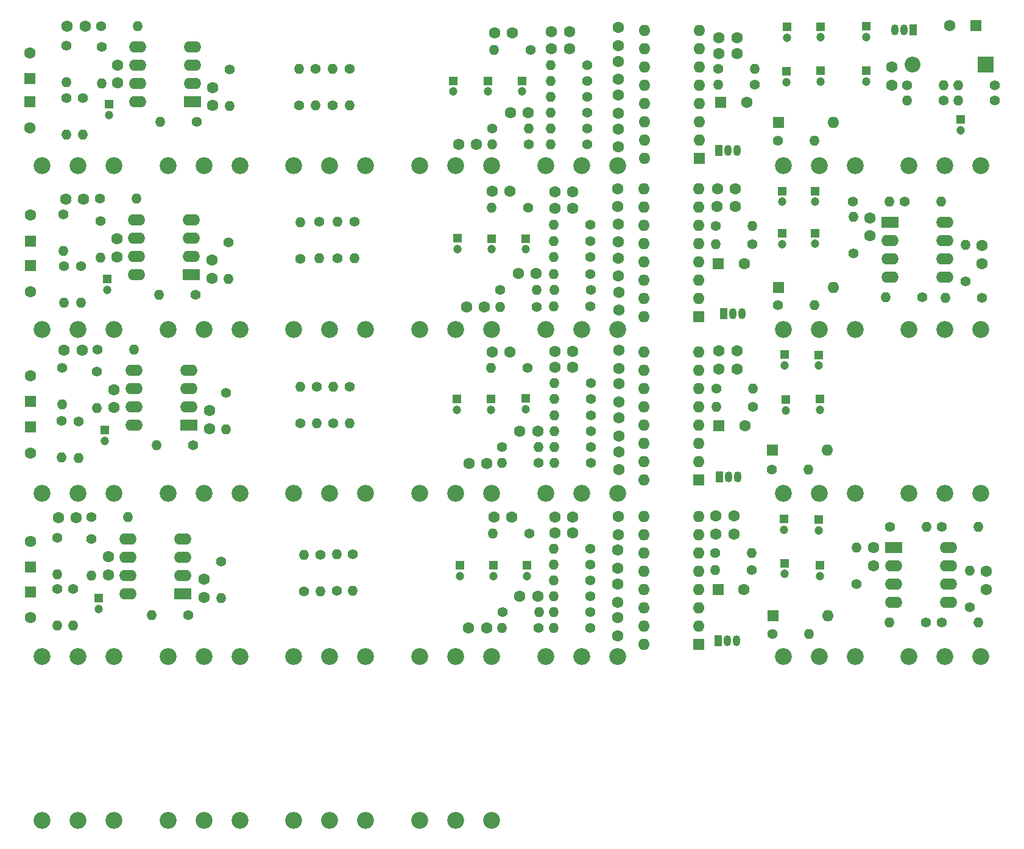
<source format=gbr>
%TF.GenerationSoftware,KiCad,Pcbnew,8.0.1*%
%TF.CreationDate,2024-03-25T17:22:26-07:00*%
%TF.ProjectId,Delay02,44656c61-7930-4322-9e6b-696361645f70,rev?*%
%TF.SameCoordinates,Original*%
%TF.FileFunction,Soldermask,Bot*%
%TF.FilePolarity,Negative*%
%FSLAX46Y46*%
G04 Gerber Fmt 4.6, Leading zero omitted, Abs format (unit mm)*
G04 Created by KiCad (PCBNEW 8.0.1) date 2024-03-25 17:22:26*
%MOMM*%
%LPD*%
G01*
G04 APERTURE LIST*
G04 Aperture macros list*
%AMRoundRect*
0 Rectangle with rounded corners*
0 $1 Rounding radius*
0 $2 $3 $4 $5 $6 $7 $8 $9 X,Y pos of 4 corners*
0 Add a 4 corners polygon primitive as box body*
4,1,4,$2,$3,$4,$5,$6,$7,$8,$9,$2,$3,0*
0 Add four circle primitives for the rounded corners*
1,1,$1+$1,$2,$3*
1,1,$1+$1,$4,$5*
1,1,$1+$1,$6,$7*
1,1,$1+$1,$8,$9*
0 Add four rect primitives between the rounded corners*
20,1,$1+$1,$2,$3,$4,$5,0*
20,1,$1+$1,$4,$5,$6,$7,0*
20,1,$1+$1,$6,$7,$8,$9,0*
20,1,$1+$1,$8,$9,$2,$3,0*%
G04 Aperture macros list end*
%ADD10C,1.600000*%
%ADD11RoundRect,0.250000X0.550000X-0.550000X0.550000X0.550000X-0.550000X0.550000X-0.550000X-0.550000X0*%
%ADD12C,1.400000*%
%ADD13O,1.400000X1.400000*%
%ADD14RoundRect,0.250000X-0.550000X-0.550000X0.550000X-0.550000X0.550000X0.550000X-0.550000X0.550000X0*%
%ADD15R,1.200000X1.200000*%
%ADD16C,1.200000*%
%ADD17R,1.600000X1.600000*%
%ADD18O,1.600000X1.600000*%
%ADD19RoundRect,0.250000X-0.550000X0.550000X-0.550000X-0.550000X0.550000X-0.550000X0.550000X0.550000X0*%
%ADD20R,1.050000X1.500000*%
%ADD21O,1.050000X1.500000*%
%ADD22R,2.400000X1.600000*%
%ADD23O,2.400000X1.600000*%
%ADD24RoundRect,0.250000X0.550000X0.550000X-0.550000X0.550000X-0.550000X-0.550000X0.550000X-0.550000X0*%
%ADD25R,2.200000X2.200000*%
%ADD26O,2.200000X2.200000*%
%ADD27C,2.340000*%
G04 APERTURE END LIST*
D10*
%TO.C,C90*%
X98140000Y-115560000D03*
X100640000Y-115560000D03*
%TD*%
%TO.C,C38*%
X135430000Y-77060000D03*
X132930000Y-77060000D03*
%TD*%
D11*
%TO.C,J7*%
X37200000Y-107100000D03*
D10*
X37200000Y-103500000D03*
%TD*%
%TO.C,C78*%
X118880000Y-114135000D03*
X118880000Y-116635000D03*
%TD*%
D12*
%TO.C,R3*%
X171270000Y-42270000D03*
D13*
X166190000Y-42270000D03*
%TD*%
D14*
%TO.C,SWB1*%
X132830000Y-64960000D03*
D10*
X136430000Y-64960000D03*
%TD*%
D15*
%TO.C,C25*%
X95980000Y-39487401D03*
D16*
X95980000Y-40987401D03*
%TD*%
D17*
%TO.C,U10*%
X130080000Y-72310000D03*
D18*
X130080000Y-69770000D03*
X130080000Y-67230000D03*
X130080000Y-64690000D03*
X130080000Y-62150000D03*
X130080000Y-59610000D03*
X130080000Y-57070000D03*
X130080000Y-54530000D03*
X122460000Y-54530000D03*
X122460000Y-57070000D03*
X122460000Y-59610000D03*
X122460000Y-62150000D03*
X122460000Y-64690000D03*
X122460000Y-67230000D03*
X122460000Y-69770000D03*
X122460000Y-72310000D03*
%TD*%
D15*
%TO.C,C64*%
X141930000Y-100412401D03*
D16*
X141930000Y-101912401D03*
%TD*%
D19*
%TO.C,J9*%
X37200000Y-110560000D03*
D10*
X37200000Y-114160000D03*
%TD*%
D15*
%TO.C,C66*%
X101560000Y-106820000D03*
D16*
X101560000Y-108320000D03*
%TD*%
D12*
%TO.C,R73*%
X102800000Y-113350000D03*
D13*
X107880000Y-113350000D03*
%TD*%
D12*
%TO.C,R70*%
X140315000Y-116385000D03*
D13*
X145395000Y-116385000D03*
%TD*%
D10*
%TO.C,C28*%
X154380000Y-106885000D03*
X154380000Y-104385000D03*
%TD*%
D15*
%TO.C,C45*%
X106020000Y-83620000D03*
D16*
X106020000Y-85120000D03*
%TD*%
D15*
%TO.C,C95*%
X47880000Y-67085000D03*
D16*
X47880000Y-68585000D03*
%TD*%
D12*
%TO.C,R34*%
X156665000Y-101485000D03*
D13*
X161745000Y-101485000D03*
%TD*%
D12*
%TO.C,R75*%
X132490000Y-59660000D03*
D13*
X137570000Y-59660000D03*
%TD*%
D12*
%TO.C,R9*%
X101440000Y-46110000D03*
D13*
X106520000Y-46110000D03*
%TD*%
D12*
%TO.C,R43*%
X115095000Y-83760000D03*
D13*
X110015000Y-83760000D03*
%TD*%
D12*
%TO.C,R14*%
X158700000Y-56260000D03*
D13*
X163780000Y-56260000D03*
%TD*%
D12*
%TO.C,R24*%
X79230000Y-42950000D03*
D13*
X79230000Y-37870000D03*
%TD*%
D10*
%TO.C,C41*%
X119005000Y-88860000D03*
X119005000Y-86360000D03*
%TD*%
%TO.C,C69*%
X135180000Y-57010000D03*
X132680000Y-57010000D03*
%TD*%
D15*
%TO.C,C30*%
X146930000Y-83737401D03*
D16*
X146930000Y-85237401D03*
%TD*%
D12*
%TO.C,R46*%
X115095000Y-88185000D03*
D13*
X110015000Y-88185000D03*
%TD*%
D12*
%TO.C,R57*%
X167150000Y-67380000D03*
D13*
X167150000Y-62300000D03*
%TD*%
D15*
%TO.C,C14*%
X100780000Y-39487401D03*
D16*
X100780000Y-40987401D03*
%TD*%
D10*
%TO.C,C17*%
X118890000Y-43990000D03*
X118890000Y-41490000D03*
%TD*%
D14*
%TO.C,SWC1*%
X132930000Y-87460000D03*
D10*
X136530000Y-87460000D03*
%TD*%
D15*
%TO.C,C27*%
X48180000Y-42760000D03*
D16*
X48180000Y-44260000D03*
%TD*%
D12*
%TO.C,R96*%
X60195000Y-69210000D03*
D13*
X55115000Y-69210000D03*
%TD*%
D15*
%TO.C,C86*%
X106250000Y-106830000D03*
D16*
X106250000Y-108330000D03*
%TD*%
D19*
%TO.C,Out-A*%
X37180000Y-42410000D03*
D10*
X37180000Y-46010000D03*
%TD*%
%TO.C,C77*%
X118930000Y-61885000D03*
X118930000Y-59385000D03*
%TD*%
D12*
%TO.C,R86*%
X115020000Y-108960000D03*
D13*
X109940000Y-108960000D03*
%TD*%
D20*
%TO.C,Q4*%
X132810000Y-117370000D03*
D21*
X134080000Y-117370000D03*
X135350000Y-117370000D03*
%TD*%
D12*
%TO.C,R62*%
X40930000Y-103040000D03*
D13*
X40930000Y-108120000D03*
%TD*%
D10*
%TO.C,C54*%
X43590000Y-100200000D03*
X41090000Y-100200000D03*
%TD*%
D12*
%TO.C,R94*%
X77500000Y-105370000D03*
D13*
X77500000Y-110450000D03*
%TD*%
D12*
%TO.C,R47*%
X107850000Y-92650000D03*
D13*
X102770000Y-92650000D03*
%TD*%
D12*
%TO.C,R44*%
X115095000Y-81560000D03*
D13*
X110015000Y-81560000D03*
%TD*%
D22*
%TO.C,U9*%
X58380000Y-110830000D03*
D23*
X58380000Y-108290000D03*
X58380000Y-105750000D03*
X58380000Y-103210000D03*
X50760000Y-103210000D03*
X50760000Y-105750000D03*
X50760000Y-108290000D03*
X50760000Y-110830000D03*
%TD*%
D10*
%TO.C,C18*%
X118890000Y-39290000D03*
X118890000Y-36790000D03*
%TD*%
D12*
%TO.C,R48*%
X74720000Y-87140000D03*
D13*
X74720000Y-82060000D03*
%TD*%
D12*
%TO.C,R40*%
X132590000Y-82260000D03*
D13*
X137670000Y-82260000D03*
%TD*%
D15*
%TO.C,C50*%
X47530000Y-88060000D03*
D16*
X47530000Y-89560000D03*
%TD*%
D12*
%TO.C,R60*%
X163865000Y-114835000D03*
D13*
X168945000Y-114835000D03*
%TD*%
D12*
%TO.C,R42*%
X115095000Y-90385000D03*
D13*
X110015000Y-90385000D03*
%TD*%
D12*
%TO.C,R45*%
X115095000Y-86010000D03*
D13*
X110015000Y-86010000D03*
%TD*%
D10*
%TO.C,C36*%
X107720000Y-88170000D03*
X105220000Y-88170000D03*
%TD*%
%TO.C,C49*%
X48780000Y-84940000D03*
X48780000Y-82440000D03*
%TD*%
D11*
%TO.C,In-A*%
X37180000Y-39210000D03*
D10*
X37180000Y-35610000D03*
%TD*%
D15*
%TO.C,C13*%
X147030000Y-38110000D03*
D16*
X147030000Y-39610000D03*
%TD*%
D10*
%TO.C,C10*%
X135400000Y-33540000D03*
X132900000Y-33540000D03*
%TD*%
%TO.C,C40*%
X119005000Y-91060000D03*
X119005000Y-93560000D03*
%TD*%
D12*
%TO.C,R88*%
X115020000Y-111160000D03*
D13*
X109940000Y-111160000D03*
%TD*%
D12*
%TO.C,R66*%
X45730000Y-100180000D03*
D13*
X50810000Y-100180000D03*
%TD*%
D10*
%TO.C,C79*%
X118880000Y-111960000D03*
X118880000Y-109460000D03*
%TD*%
D12*
%TO.C,R27*%
X60320000Y-45210000D03*
D13*
X55240000Y-45210000D03*
%TD*%
D12*
%TO.C,R87*%
X115045000Y-66335000D03*
D13*
X109965000Y-66335000D03*
%TD*%
D12*
%TO.C,R1*%
X171270000Y-40100000D03*
D13*
X166190000Y-40100000D03*
%TD*%
D15*
%TO.C,C35*%
X101210000Y-83710000D03*
D16*
X101210000Y-85210000D03*
%TD*%
D12*
%TO.C,R32*%
X163890000Y-101510000D03*
D13*
X168970000Y-101510000D03*
%TD*%
D15*
%TO.C,C88*%
X96900000Y-106850000D03*
D16*
X96900000Y-108350000D03*
%TD*%
D12*
%TO.C,R49*%
X77010000Y-82060000D03*
D13*
X77010000Y-87140000D03*
%TD*%
D10*
%TO.C,C67*%
X107505000Y-66285000D03*
X105005000Y-66285000D03*
%TD*%
D12*
%TO.C,R89*%
X107570000Y-70910000D03*
D13*
X102490000Y-70910000D03*
%TD*%
D12*
%TO.C,R56*%
X41580000Y-86800000D03*
D13*
X41580000Y-91880000D03*
%TD*%
D20*
%TO.C,Q3*%
X133560000Y-71860000D03*
D21*
X134830000Y-71860000D03*
X136100000Y-71860000D03*
%TD*%
D15*
%TO.C,C7*%
X142380000Y-31987400D03*
D16*
X142380000Y-33487400D03*
%TD*%
D14*
%TO.C,SWD1*%
X132780000Y-110260000D03*
D10*
X136380000Y-110260000D03*
%TD*%
D12*
%TO.C,R33*%
X41650000Y-79400000D03*
D13*
X41650000Y-84480000D03*
%TD*%
D15*
%TO.C,C4*%
X153410000Y-38080000D03*
D16*
X153410000Y-39580000D03*
%TD*%
D10*
%TO.C,C26*%
X49355000Y-39810000D03*
X49355000Y-37310000D03*
%TD*%
%TO.C,C61*%
X62430000Y-66935000D03*
X62430000Y-64435000D03*
%TD*%
%TO.C,C84*%
X112580000Y-100135000D03*
X110080000Y-100135000D03*
%TD*%
D15*
%TO.C,C59*%
X146280000Y-54810000D03*
D16*
X146280000Y-56310000D03*
%TD*%
D17*
%TO.C,U2*%
X130180000Y-50270000D03*
D18*
X130180000Y-47730000D03*
X130180000Y-45190000D03*
X130180000Y-42650000D03*
X130180000Y-40110000D03*
X130180000Y-37570000D03*
X130180000Y-35030000D03*
X130180000Y-32490000D03*
X122560000Y-32490000D03*
X122560000Y-35030000D03*
X122560000Y-37570000D03*
X122560000Y-40110000D03*
X122560000Y-42650000D03*
X122560000Y-45190000D03*
X122560000Y-47730000D03*
X122560000Y-50270000D03*
%TD*%
D12*
%TO.C,R30*%
X42205000Y-41895000D03*
D13*
X42205000Y-46975000D03*
%TD*%
D24*
%TO.C,J3*%
X168590000Y-31840000D03*
D10*
X164990000Y-31840000D03*
%TD*%
D12*
%TO.C,R95*%
X106370000Y-57135000D03*
D13*
X101290000Y-57135000D03*
%TD*%
D12*
%TO.C,R64*%
X161695000Y-114835000D03*
D13*
X156615000Y-114835000D03*
%TD*%
D12*
%TO.C,R79*%
X115060000Y-61835000D03*
D13*
X109980000Y-61835000D03*
%TD*%
D10*
%TO.C,C80*%
X118880000Y-107260000D03*
X118880000Y-104760000D03*
%TD*%
D12*
%TO.C,R23*%
X81630000Y-37870000D03*
D13*
X81630000Y-42950000D03*
%TD*%
D12*
%TO.C,R21*%
X106520000Y-48310000D03*
D13*
X101440000Y-48310000D03*
%TD*%
D15*
%TO.C,C2*%
X166470000Y-44870000D03*
D16*
X166470000Y-46370000D03*
%TD*%
D22*
%TO.C,U7*%
X59580000Y-66410000D03*
D23*
X59580000Y-63870000D03*
X59580000Y-61330000D03*
X59580000Y-58790000D03*
X51960000Y-58790000D03*
X51960000Y-61330000D03*
X51960000Y-63870000D03*
X51960000Y-66410000D03*
%TD*%
D12*
%TO.C,R58*%
X169470000Y-69660000D03*
D13*
X164390000Y-69660000D03*
%TD*%
D22*
%TO.C,U1*%
X59730000Y-42385000D03*
D23*
X59730000Y-39845000D03*
X59730000Y-37305000D03*
X59730000Y-34765000D03*
X52110000Y-34765000D03*
X52110000Y-37305000D03*
X52110000Y-39845000D03*
X52110000Y-42385000D03*
%TD*%
D10*
%TO.C,C11*%
X153900000Y-61040000D03*
X153900000Y-58540000D03*
%TD*%
D12*
%TO.C,R7*%
X64880000Y-37945000D03*
D13*
X64880000Y-43025000D03*
%TD*%
D15*
%TO.C,C12*%
X142280000Y-38210000D03*
D16*
X142280000Y-39710000D03*
%TD*%
D15*
%TO.C,C3*%
X153360000Y-31930000D03*
D16*
X153360000Y-33430000D03*
%TD*%
D15*
%TO.C,C58*%
X142005000Y-106560000D03*
D16*
X142005000Y-108060000D03*
%TD*%
D10*
%TO.C,C20*%
X109630000Y-35010000D03*
X112130000Y-35010000D03*
%TD*%
D12*
%TO.C,R61*%
X41830000Y-58095000D03*
D13*
X41830000Y-63175000D03*
%TD*%
D12*
%TO.C,R37*%
X140240000Y-93510000D03*
D13*
X145320000Y-93510000D03*
%TD*%
D15*
%TO.C,C60*%
X146755000Y-100485000D03*
D16*
X146755000Y-101985000D03*
%TD*%
D10*
%TO.C,C81*%
X110080000Y-57210000D03*
X112580000Y-57210000D03*
%TD*%
D12*
%TO.C,R108*%
X40910000Y-110170000D03*
D13*
X40910000Y-115250000D03*
%TD*%
D15*
%TO.C,C63*%
X141680000Y-54810000D03*
D16*
X141680000Y-56310000D03*
%TD*%
D10*
%TO.C,C83*%
X112605000Y-54910000D03*
X110105000Y-54910000D03*
%TD*%
%TO.C,C9*%
X135400000Y-35710000D03*
X132900000Y-35710000D03*
%TD*%
D15*
%TO.C,C56*%
X141680000Y-60710000D03*
D16*
X141680000Y-62210000D03*
%TD*%
D12*
%TO.C,R13*%
X151500000Y-56260000D03*
D13*
X156580000Y-56260000D03*
%TD*%
D10*
%TO.C,C22*%
X96730000Y-48310000D03*
X99230000Y-48310000D03*
%TD*%
%TO.C,C15*%
X106430000Y-43910000D03*
X103930000Y-43910000D03*
%TD*%
%TO.C,C5*%
X44830000Y-31885000D03*
X42330000Y-31885000D03*
%TD*%
D12*
%TO.C,R72*%
X137520000Y-62210000D03*
D13*
X132440000Y-62210000D03*
%TD*%
D12*
%TO.C,R36*%
X64440000Y-82840000D03*
D13*
X64440000Y-87920000D03*
%TD*%
D10*
%TO.C,C44*%
X112580000Y-77085000D03*
X110080000Y-77085000D03*
%TD*%
D17*
%TO.C,D5*%
X140470000Y-113860000D03*
D18*
X148090000Y-113860000D03*
%TD*%
D10*
%TO.C,C91*%
X103880000Y-54835000D03*
X101380000Y-54835000D03*
%TD*%
D19*
%TO.C,J5*%
X37260000Y-87650000D03*
D10*
X37260000Y-91250000D03*
%TD*%
D12*
%TO.C,R81*%
X115020000Y-115550000D03*
D13*
X109940000Y-115550000D03*
%TD*%
D12*
%TO.C,R31*%
X152030000Y-109450000D03*
D13*
X152030000Y-104370000D03*
%TD*%
D17*
%TO.C,U11*%
X130060000Y-117810000D03*
D18*
X130060000Y-115270000D03*
X130060000Y-112730000D03*
X130060000Y-110190000D03*
X130060000Y-107650000D03*
X130060000Y-105110000D03*
X130060000Y-102570000D03*
X130060000Y-100030000D03*
X122440000Y-100030000D03*
X122440000Y-102570000D03*
X122440000Y-105110000D03*
X122440000Y-107650000D03*
X122440000Y-110190000D03*
X122440000Y-112730000D03*
X122440000Y-115270000D03*
X122440000Y-117810000D03*
%TD*%
D10*
%TO.C,C93*%
X49255000Y-63985000D03*
X49255000Y-61485000D03*
%TD*%
D12*
%TO.C,R74*%
X137470000Y-107510000D03*
D13*
X132390000Y-107510000D03*
%TD*%
D12*
%TO.C,R68*%
X63690000Y-106290000D03*
D13*
X63690000Y-111370000D03*
%TD*%
D12*
%TO.C,R100*%
X45660000Y-103180000D03*
D13*
X45660000Y-108260000D03*
%TD*%
D12*
%TO.C,R77*%
X115045000Y-70860000D03*
D13*
X109965000Y-70860000D03*
%TD*%
D10*
%TO.C,C33*%
X62080000Y-87840000D03*
X62080000Y-85340000D03*
%TD*%
%TO.C,C51*%
X169430000Y-64910000D03*
X169430000Y-62410000D03*
%TD*%
D12*
%TO.C,R90*%
X107860000Y-115550000D03*
D13*
X102780000Y-115550000D03*
%TD*%
D12*
%TO.C,R28*%
X47130000Y-34820000D03*
D13*
X47130000Y-39900000D03*
%TD*%
D12*
%TO.C,R78*%
X115095000Y-68585000D03*
D13*
X110015000Y-68585000D03*
%TD*%
D12*
%TO.C,R102*%
X79880000Y-64130000D03*
D13*
X79880000Y-59050000D03*
%TD*%
D12*
%TO.C,R38*%
X102780000Y-90430000D03*
D13*
X107860000Y-90430000D03*
%TD*%
D12*
%TO.C,R16*%
X114620000Y-46110000D03*
D13*
X109540000Y-46110000D03*
%TD*%
D12*
%TO.C,R107*%
X41880000Y-65245000D03*
D13*
X41880000Y-70325000D03*
%TD*%
D10*
%TO.C,C43*%
X110105000Y-79335000D03*
X112605000Y-79335000D03*
%TD*%
D12*
%TO.C,R106*%
X43150000Y-110160000D03*
D13*
X43150000Y-115240000D03*
%TD*%
D12*
%TO.C,R4*%
X164170000Y-42270000D03*
D13*
X159090000Y-42270000D03*
%TD*%
D15*
%TO.C,C65*%
X101305000Y-61435000D03*
D16*
X101305000Y-62935000D03*
%TD*%
D12*
%TO.C,R51*%
X59790000Y-90190000D03*
D13*
X54710000Y-90190000D03*
%TD*%
D20*
%TO.C,Q2*%
X133010000Y-94570000D03*
D21*
X134280000Y-94570000D03*
X135550000Y-94570000D03*
%TD*%
D10*
%TO.C,C29*%
X44420000Y-76920000D03*
X41920000Y-76920000D03*
%TD*%
D15*
%TO.C,C32*%
X146780000Y-77587401D03*
D16*
X146780000Y-79087401D03*
%TD*%
D12*
%TO.C,R26*%
X76830000Y-37870000D03*
D13*
X76830000Y-42950000D03*
%TD*%
D12*
%TO.C,R82*%
X115020000Y-113340000D03*
D13*
X109940000Y-113340000D03*
%TD*%
D12*
%TO.C,R52*%
X46480000Y-79930000D03*
D13*
X46480000Y-85010000D03*
%TD*%
D10*
%TO.C,C73*%
X118880000Y-57010000D03*
X118880000Y-54510000D03*
%TD*%
%TO.C,C24*%
X104230000Y-32810000D03*
X101730000Y-32810000D03*
%TD*%
%TO.C,C39*%
X119005000Y-79460000D03*
X119005000Y-76960000D03*
%TD*%
D12*
%TO.C,R25*%
X74530000Y-42950000D03*
D13*
X74530000Y-37870000D03*
%TD*%
D12*
%TO.C,R71*%
X102515000Y-68585000D03*
D13*
X107595000Y-68585000D03*
%TD*%
D12*
%TO.C,R10*%
X132810000Y-37870000D03*
D13*
X137890000Y-37870000D03*
%TD*%
D15*
%TO.C,C46*%
X96530000Y-83740000D03*
D16*
X96530000Y-85240000D03*
%TD*%
D12*
%TO.C,R8*%
X141150000Y-47810000D03*
D13*
X146230000Y-47810000D03*
%TD*%
D12*
%TO.C,R84*%
X115045000Y-104585000D03*
D13*
X109965000Y-104585000D03*
%TD*%
D10*
%TO.C,C42*%
X119005000Y-84135000D03*
X119005000Y-81635000D03*
%TD*%
%TO.C,C74*%
X118905000Y-102585000D03*
X118905000Y-100085000D03*
%TD*%
D12*
%TO.C,R53*%
X81590000Y-82040000D03*
D13*
X81590000Y-87120000D03*
%TD*%
D10*
%TO.C,C94*%
X48030000Y-108190000D03*
X48030000Y-105690000D03*
%TD*%
D11*
%TO.C,J6*%
X37250000Y-61780000D03*
D10*
X37250000Y-58180000D03*
%TD*%
D15*
%TO.C,C55*%
X146280000Y-60660000D03*
D16*
X146280000Y-62160000D03*
%TD*%
D12*
%TO.C,R19*%
X114620000Y-41710000D03*
D13*
X109540000Y-41710000D03*
%TD*%
D11*
%TO.C,J4*%
X37200000Y-84070000D03*
D10*
X37200000Y-80470000D03*
%TD*%
%TO.C,C89*%
X97805000Y-70935000D03*
X100305000Y-70935000D03*
%TD*%
D12*
%TO.C,R39*%
X137670000Y-84810000D03*
D13*
X132590000Y-84810000D03*
%TD*%
D12*
%TO.C,R15*%
X114620000Y-48310000D03*
D13*
X109540000Y-48310000D03*
%TD*%
D14*
%TO.C,SWA1*%
X133170000Y-42520000D03*
D10*
X136770000Y-42520000D03*
%TD*%
D12*
%TO.C,R65*%
X46915000Y-55860000D03*
D13*
X51995000Y-55860000D03*
%TD*%
D12*
%TO.C,R83*%
X115020000Y-106785000D03*
D13*
X109940000Y-106785000D03*
%TD*%
D12*
%TO.C,R6*%
X47015000Y-31885000D03*
D13*
X52095000Y-31885000D03*
%TD*%
D12*
%TO.C,R54*%
X79270000Y-87130000D03*
D13*
X79270000Y-82050000D03*
%TD*%
D15*
%TO.C,C85*%
X106055000Y-61435000D03*
D16*
X106055000Y-62935000D03*
%TD*%
D15*
%TO.C,C34*%
X142080000Y-77560000D03*
D16*
X142080000Y-79060000D03*
%TD*%
D12*
%TO.C,R20*%
X114620000Y-43910000D03*
D13*
X109540000Y-43910000D03*
%TD*%
D12*
%TO.C,R41*%
X115080000Y-92580000D03*
D13*
X110000000Y-92580000D03*
%TD*%
D17*
%TO.C,D4*%
X141160000Y-68210000D03*
D18*
X148780000Y-68210000D03*
%TD*%
D10*
%TO.C,C75*%
X118980000Y-68885000D03*
X118980000Y-71385000D03*
%TD*%
%TO.C,C16*%
X118890000Y-46190000D03*
X118890000Y-48690000D03*
%TD*%
%TO.C,C76*%
X118930000Y-66635000D03*
X118930000Y-64135000D03*
%TD*%
D17*
%TO.C,D3*%
X141220000Y-45310000D03*
D18*
X148840000Y-45310000D03*
%TD*%
D12*
%TO.C,R67*%
X64730000Y-61970000D03*
D13*
X64730000Y-67050000D03*
%TD*%
D15*
%TO.C,C57*%
X146955000Y-106860000D03*
D16*
X146955000Y-108360000D03*
%TD*%
D22*
%TO.C,U4*%
X156680000Y-59160000D03*
D23*
X156680000Y-61700000D03*
X156680000Y-64240000D03*
X156680000Y-66780000D03*
X164300000Y-66780000D03*
X164300000Y-64240000D03*
X164300000Y-61700000D03*
X164300000Y-59160000D03*
%TD*%
D12*
%TO.C,R50*%
X106340000Y-79440000D03*
D13*
X101260000Y-79440000D03*
%TD*%
D22*
%TO.C,U8*%
X157180000Y-104410000D03*
D23*
X157180000Y-106950000D03*
X157180000Y-109490000D03*
X157180000Y-112030000D03*
X164800000Y-112030000D03*
X164800000Y-109490000D03*
X164800000Y-106950000D03*
X164800000Y-104410000D03*
%TD*%
D15*
%TO.C,C8*%
X147030000Y-31960000D03*
D16*
X147030000Y-33460000D03*
%TD*%
D12*
%TO.C,R92*%
X77355000Y-59095000D03*
D13*
X77355000Y-64175000D03*
%TD*%
D10*
%TO.C,C37*%
X135430000Y-79610000D03*
X132930000Y-79610000D03*
%TD*%
D15*
%TO.C,C31*%
X142180000Y-83837401D03*
D16*
X142180000Y-85337401D03*
%TD*%
D12*
%TO.C,R55*%
X43880000Y-86830000D03*
D13*
X43880000Y-91910000D03*
%TD*%
D25*
%TO.C,D1*%
X169940000Y-37202599D03*
D26*
X159780000Y-37202599D03*
%TD*%
D12*
%TO.C,R17*%
X114620000Y-37310000D03*
D13*
X109540000Y-37310000D03*
%TD*%
D12*
%TO.C,R103*%
X82040000Y-105310000D03*
D13*
X82040000Y-110390000D03*
%TD*%
D12*
%TO.C,R97*%
X106600000Y-102400000D03*
D13*
X101520000Y-102400000D03*
%TD*%
D12*
%TO.C,R98*%
X59120000Y-113780000D03*
D13*
X54040000Y-113780000D03*
%TD*%
D10*
%TO.C,C47*%
X98150000Y-92680000D03*
X100650000Y-92680000D03*
%TD*%
%TO.C,C23*%
X112130000Y-32710000D03*
X109630000Y-32710000D03*
%TD*%
D20*
%TO.C,Q1*%
X132890000Y-49160000D03*
D21*
X134160000Y-49160000D03*
X135430000Y-49160000D03*
%TD*%
D15*
%TO.C,C96*%
X46680000Y-111450000D03*
D16*
X46680000Y-112950000D03*
%TD*%
D12*
%TO.C,R59*%
X167780000Y-112675000D03*
D13*
X167780000Y-107595000D03*
%TD*%
D12*
%TO.C,R2*%
X159090000Y-40100000D03*
D13*
X164170000Y-40100000D03*
%TD*%
D12*
%TO.C,R104*%
X79790000Y-110420000D03*
D13*
X79790000Y-105340000D03*
%TD*%
D12*
%TO.C,R22*%
X106720000Y-35210000D03*
D13*
X101640000Y-35210000D03*
%TD*%
D12*
%TO.C,R99*%
X46980000Y-58995000D03*
D13*
X46980000Y-64075000D03*
%TD*%
D10*
%TO.C,C53*%
X44605000Y-55935000D03*
X42105000Y-55935000D03*
%TD*%
%TO.C,C6*%
X62530000Y-42935000D03*
X62530000Y-40435000D03*
%TD*%
D12*
%TO.C,R85*%
X115045000Y-64035000D03*
D13*
X109965000Y-64035000D03*
%TD*%
D15*
%TO.C,C21*%
X105580000Y-39487401D03*
D16*
X105580000Y-40987401D03*
%TD*%
D12*
%TO.C,R76*%
X132390000Y-105160000D03*
D13*
X137470000Y-105160000D03*
%TD*%
D17*
%TO.C,D2*%
X140370000Y-90860000D03*
D18*
X147990000Y-90860000D03*
%TD*%
D17*
%TO.C,U6*%
X130080000Y-95010000D03*
D18*
X130080000Y-92470000D03*
X130080000Y-89930000D03*
X130080000Y-87390000D03*
X130080000Y-84850000D03*
X130080000Y-82310000D03*
X130080000Y-79770000D03*
X130080000Y-77230000D03*
X122460000Y-77230000D03*
X122460000Y-79770000D03*
X122460000Y-82310000D03*
X122460000Y-84850000D03*
X122460000Y-87390000D03*
X122460000Y-89930000D03*
X122460000Y-92470000D03*
X122460000Y-95010000D03*
%TD*%
D12*
%TO.C,R5*%
X42180000Y-34645000D03*
D13*
X42180000Y-39725000D03*
%TD*%
D12*
%TO.C,R105*%
X44255000Y-65295000D03*
D13*
X44255000Y-70375000D03*
%TD*%
D12*
%TO.C,R11*%
X137890000Y-40040000D03*
D13*
X132810000Y-40040000D03*
%TD*%
D12*
%TO.C,R101*%
X82305000Y-59120000D03*
D13*
X82305000Y-64200000D03*
%TD*%
D10*
%TO.C,C72*%
X134980000Y-99960000D03*
X132480000Y-99960000D03*
%TD*%
%TO.C,C82*%
X110080000Y-102310000D03*
X112580000Y-102310000D03*
%TD*%
%TO.C,C92*%
X104120000Y-100170000D03*
X101620000Y-100170000D03*
%TD*%
D22*
%TO.C,U5*%
X59230000Y-87360000D03*
D23*
X59230000Y-84820000D03*
X59230000Y-82280000D03*
X59230000Y-79740000D03*
X51610000Y-79740000D03*
X51610000Y-82280000D03*
X51610000Y-84820000D03*
X51610000Y-87360000D03*
%TD*%
D12*
%TO.C,R63*%
X161210000Y-69610000D03*
D13*
X156130000Y-69610000D03*
%TD*%
D12*
%TO.C,R91*%
X74755000Y-64240000D03*
D13*
X74755000Y-59160000D03*
%TD*%
D10*
%TO.C,C68*%
X107750000Y-111130000D03*
X105250000Y-111130000D03*
%TD*%
D19*
%TO.C,J8*%
X37200000Y-65190000D03*
D10*
X37200000Y-68790000D03*
%TD*%
%TO.C,C71*%
X135210000Y-54480000D03*
X132710000Y-54480000D03*
%TD*%
%TO.C,C70*%
X134980000Y-102510000D03*
X132480000Y-102510000D03*
%TD*%
D12*
%TO.C,R93*%
X75210000Y-110450000D03*
D13*
X75210000Y-105370000D03*
%TD*%
D12*
%TO.C,R35*%
X46560000Y-76900000D03*
D13*
X51640000Y-76900000D03*
%TD*%
D10*
%TO.C,C1*%
X156940000Y-40100000D03*
X156940000Y-37600000D03*
%TD*%
D15*
%TO.C,C87*%
X96580000Y-61410000D03*
D16*
X96580000Y-62910000D03*
%TD*%
D12*
%TO.C,R80*%
X115020000Y-59535000D03*
D13*
X109940000Y-59535000D03*
%TD*%
D12*
%TO.C,R69*%
X141090000Y-70660000D03*
D13*
X146170000Y-70660000D03*
%TD*%
D12*
%TO.C,R12*%
X151600000Y-63520000D03*
D13*
X151600000Y-58440000D03*
%TD*%
D12*
%TO.C,R29*%
X44530000Y-41895000D03*
D13*
X44530000Y-46975000D03*
%TD*%
D12*
%TO.C,R18*%
X114620000Y-39510000D03*
D13*
X109540000Y-39510000D03*
%TD*%
D10*
%TO.C,C62*%
X61320000Y-111300000D03*
X61320000Y-108800000D03*
%TD*%
%TO.C,C19*%
X118890000Y-34580000D03*
X118890000Y-32080000D03*
%TD*%
%TO.C,C52*%
X170105000Y-110185000D03*
X170105000Y-107685000D03*
%TD*%
D20*
%TO.C,U3*%
X159880000Y-32420000D03*
D21*
X158610000Y-32420000D03*
X157340000Y-32420000D03*
%TD*%
D10*
%TO.C,C48*%
X103870000Y-77200000D03*
X101370000Y-77200000D03*
%TD*%
D27*
%TO.C,SpeedD1*%
X159330000Y-119560000D03*
X164330000Y-119560000D03*
X169330000Y-119560000D03*
%TD*%
%TO.C,DelayC1*%
X108830000Y-96810000D03*
X113830000Y-96810000D03*
X118830000Y-96810000D03*
%TD*%
%TO.C,FB-CD1*%
X56330000Y-119560000D03*
X61330000Y-119560000D03*
X66330000Y-119560000D03*
%TD*%
%TO.C,SpeedB1*%
X159330000Y-74060000D03*
X164330000Y-74060000D03*
X169330000Y-74060000D03*
%TD*%
%TO.C,DelayD1*%
X108830000Y-119560000D03*
X113830000Y-119560000D03*
X118830000Y-119560000D03*
%TD*%
%TO.C,FB-BD1*%
X73830000Y-119560000D03*
X78830000Y-119560000D03*
X83830000Y-119560000D03*
%TD*%
%TO.C,FB-DC1*%
X38830000Y-96810000D03*
X43830000Y-96810000D03*
X48830000Y-96810000D03*
%TD*%
%TO.C,FB-AD1*%
X91330000Y-119560000D03*
X96330000Y-119560000D03*
X101330000Y-119560000D03*
%TD*%
%TO.C,SpeedA1*%
X159330000Y-51310000D03*
X164330000Y-51310000D03*
X169330000Y-51310000D03*
%TD*%
%TO.C,FB-BB1*%
X73830000Y-74060000D03*
X78830000Y-74060000D03*
X83830000Y-74060000D03*
%TD*%
%TO.C,MixD1*%
X38830000Y-142310000D03*
X43830000Y-142310000D03*
X48830000Y-142310000D03*
%TD*%
%TO.C,FB-CC1*%
X56330000Y-96810000D03*
X61330000Y-96810000D03*
X66330000Y-96810000D03*
%TD*%
%TO.C,FB-AB1*%
X91330000Y-74060000D03*
X96330000Y-74060000D03*
X101330000Y-74060000D03*
%TD*%
%TO.C,DepthA1*%
X141830000Y-51310000D03*
X146830000Y-51310000D03*
X151830000Y-51310000D03*
%TD*%
%TO.C,FB-CB1*%
X56330000Y-74060000D03*
X61330000Y-74060000D03*
X66330000Y-74060000D03*
%TD*%
%TO.C,FB-DD1*%
X38830000Y-119560000D03*
X43830000Y-119560000D03*
X48830000Y-119560000D03*
%TD*%
%TO.C,MixA1*%
X91330000Y-142310000D03*
X96330000Y-142310000D03*
X101330000Y-142310000D03*
%TD*%
%TO.C,FB-CA1*%
X56330000Y-51310000D03*
X61330000Y-51310000D03*
X66330000Y-51310000D03*
%TD*%
%TO.C,FB-AC1*%
X91330000Y-96810000D03*
X96330000Y-96810000D03*
X101330000Y-96810000D03*
%TD*%
%TO.C,DelayA1*%
X108830000Y-51310000D03*
X113830000Y-51310000D03*
X118830000Y-51310000D03*
%TD*%
%TO.C,FB-DB1*%
X38830000Y-74060000D03*
X43830000Y-74060000D03*
X48830000Y-74060000D03*
%TD*%
%TO.C,MixC1*%
X56330000Y-142310000D03*
X61330000Y-142310000D03*
X66330000Y-142310000D03*
%TD*%
%TO.C,FB-AA1*%
X91330000Y-51310000D03*
X96330000Y-51310000D03*
X101330000Y-51310000D03*
%TD*%
%TO.C,FB-BA1*%
X73830000Y-51310000D03*
X78830000Y-51310000D03*
X83830000Y-51310000D03*
%TD*%
%TO.C,DepthB1*%
X141830000Y-74060000D03*
X146830000Y-74060000D03*
X151830000Y-74060000D03*
%TD*%
%TO.C,SpeedC1*%
X159330000Y-96810000D03*
X164330000Y-96810000D03*
X169330000Y-96810000D03*
%TD*%
%TO.C,DepthC1*%
X141830000Y-96810000D03*
X146830000Y-96810000D03*
X151830000Y-96810000D03*
%TD*%
%TO.C,FB-DA1*%
X38830000Y-51310000D03*
X43830000Y-51310000D03*
X48830000Y-51310000D03*
%TD*%
%TO.C,DelayB1*%
X108830000Y-74060000D03*
X113830000Y-74060000D03*
X118830000Y-74060000D03*
%TD*%
%TO.C,MixB1*%
X73830000Y-142310000D03*
X78830000Y-142310000D03*
X83830000Y-142310000D03*
%TD*%
%TO.C,DepthD1*%
X141830000Y-119560000D03*
X146830000Y-119560000D03*
X151830000Y-119560000D03*
%TD*%
%TO.C,FB-BC1*%
X73830000Y-96810000D03*
X78830000Y-96810000D03*
X83830000Y-96810000D03*
%TD*%
M02*

</source>
